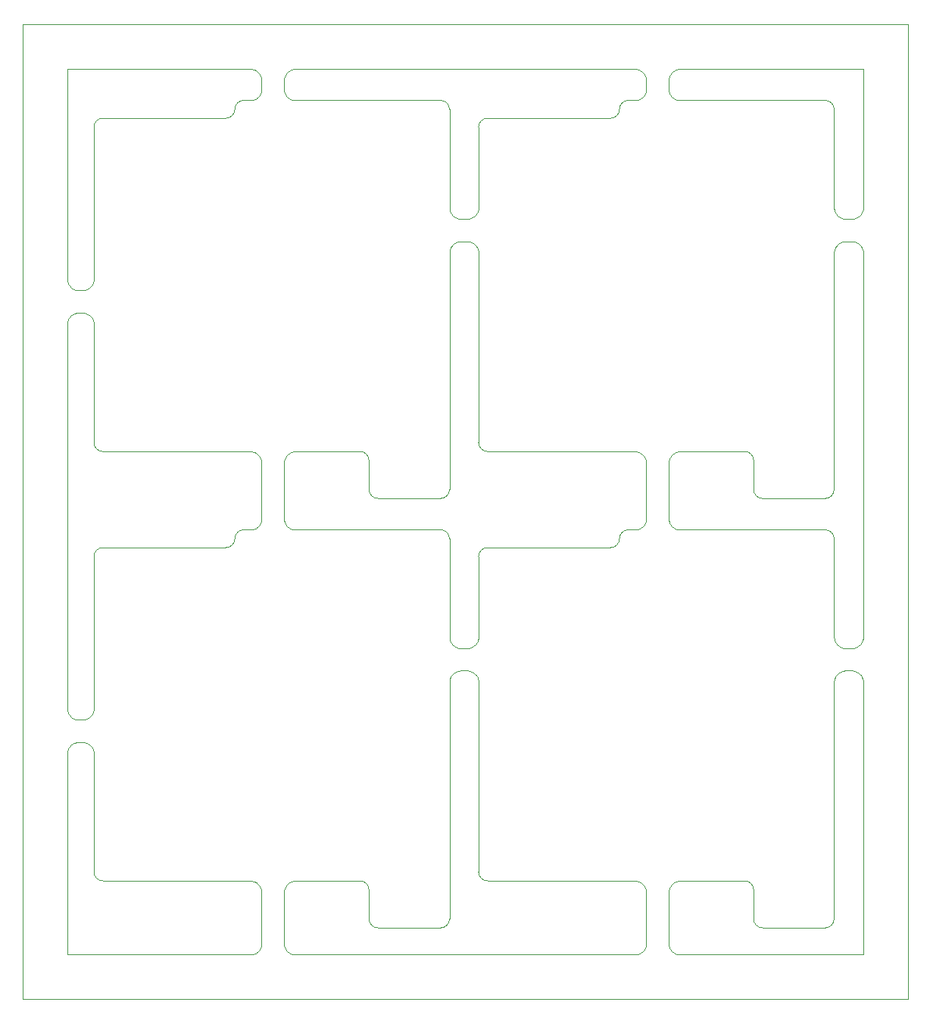
<source format=gm1>
G04 #@! TF.GenerationSoftware,KiCad,Pcbnew,5.1.0*
G04 #@! TF.CreationDate,2019-04-12T15:20:20+02:00*
G04 #@! TF.ProjectId,output.KXKM_audio_board_for_ESP32_PANEL,6f757470-7574-42e4-9b58-4b4d5f617564,1.0*
G04 #@! TF.SameCoordinates,PX5f5e100PY8f0d180*
G04 #@! TF.FileFunction,Profile,NP*
%FSLAX46Y46*%
G04 Gerber Fmt 4.6, Leading zero omitted, Abs format (unit mm)*
G04 Created by KiCad (PCBNEW 5.1.0) date 2019-04-12 15:20:20*
%MOMM*%
%LPD*%
G04 APERTURE LIST*
%ADD10C,0.050000*%
%ADD11C,0.100000*%
G04 APERTURE END LIST*
D10*
X65750000Y98500000D02*
X52000000Y98500000D01*
X51000000Y97500000D02*
G75*
G02X52000000Y98500000I1000000J0D01*
G01*
X66750000Y99500000D02*
G75*
G02X67750000Y100500000I1000000J0D01*
G01*
X66750000Y99500000D02*
G75*
G02X65750000Y98500000I-1000000J0D01*
G01*
X90750000Y57000000D02*
G75*
G02X89750000Y56000000I-1000000J0D01*
G01*
X89750000Y100500000D02*
G75*
G02X90750000Y99500000I0J-1000000D01*
G01*
X52000000Y61250000D02*
G75*
G02X51000000Y62250000I0J1000000D01*
G01*
X82750000Y56000000D02*
X89750000Y56000000D01*
X82750000Y56000000D02*
G75*
G02X81750000Y57000000I0J1000000D01*
G01*
X80750000Y61250000D02*
G75*
G02X81750000Y60250000I0J-1000000D01*
G01*
X81750000Y60250000D02*
X81750000Y57000000D01*
X81750000Y12250000D02*
X81750000Y9000000D01*
X82750000Y8000000D02*
X89750000Y8000000D01*
X89750000Y52500000D02*
G75*
G02X90750000Y51500000I0J-1000000D01*
G01*
X90750000Y9000000D02*
G75*
G02X89750000Y8000000I-1000000J0D01*
G01*
X82750000Y8000000D02*
G75*
G02X81750000Y9000000I0J1000000D01*
G01*
X80750000Y13250000D02*
G75*
G02X81750000Y12250000I0J-1000000D01*
G01*
X52000000Y13250000D02*
G75*
G02X51000000Y14250000I0J1000000D01*
G01*
X51000000Y49500000D02*
G75*
G02X52000000Y50500000I1000000J0D01*
G01*
X66750000Y51500000D02*
G75*
G02X67750000Y52500000I1000000J0D01*
G01*
X66750000Y51500000D02*
G75*
G02X65750000Y50500000I-1000000J0D01*
G01*
X65750000Y50500000D02*
X52000000Y50500000D01*
X0Y109000000D02*
X0Y0D01*
X99000000Y109000000D02*
X0Y109000000D01*
X99000000Y0D02*
X99000000Y109000000D01*
X0Y0D02*
X99000000Y0D01*
X22750000Y50500000D02*
X9000000Y50500000D01*
X23750000Y51500000D02*
G75*
G02X22750000Y50500000I-1000000J0D01*
G01*
X23750000Y51500000D02*
G75*
G02X24750000Y52500000I1000000J0D01*
G01*
X8000000Y49500000D02*
G75*
G02X9000000Y50500000I1000000J0D01*
G01*
X9000000Y13250000D02*
G75*
G02X8000000Y14250000I0J1000000D01*
G01*
X37750000Y13250000D02*
G75*
G02X38750000Y12250000I0J-1000000D01*
G01*
X39750000Y8000000D02*
G75*
G02X38750000Y9000000I0J1000000D01*
G01*
X47750000Y9000000D02*
G75*
G02X46750000Y8000000I-1000000J0D01*
G01*
X46750000Y52500000D02*
G75*
G02X47750000Y51500000I0J-1000000D01*
G01*
X39750000Y8000000D02*
X46750000Y8000000D01*
X38750000Y12250000D02*
X38750000Y9000000D01*
X22750000Y98500000D02*
X9000000Y98500000D01*
X23750000Y99500000D02*
G75*
G02X22750000Y98500000I-1000000J0D01*
G01*
X23750000Y99500000D02*
G75*
G02X24750000Y100500000I1000000J0D01*
G01*
X8000000Y97500000D02*
G75*
G02X9000000Y98500000I1000000J0D01*
G01*
X9000000Y61250000D02*
G75*
G02X8000000Y62250000I0J1000000D01*
G01*
X37750000Y61250000D02*
G75*
G02X38750000Y60250000I0J-1000000D01*
G01*
X39750000Y56000000D02*
G75*
G02X38750000Y57000000I0J1000000D01*
G01*
X47750000Y57000000D02*
G75*
G02X46750000Y56000000I-1000000J0D01*
G01*
X46750000Y100500000D02*
G75*
G02X47750000Y99500000I0J-1000000D01*
G01*
X39750000Y56000000D02*
X46750000Y56000000D01*
X38750000Y60250000D02*
X38750000Y57000000D01*
D11*
X73499985Y100500000D02*
X89750000Y100500000D01*
X68500002Y100500000D02*
X67750000Y100500000D01*
X73499985Y104000000D02*
X94000000Y104000000D01*
X73499985Y104000000D02*
X73400281Y103992313D01*
X73499985Y100500000D02*
X73400281Y100507687D01*
X73400281Y103992313D02*
X73301463Y103976985D01*
X73400281Y100507687D02*
X73301463Y100523015D01*
X73301463Y103976985D02*
X73204116Y103954107D01*
X73301463Y100523015D02*
X73204116Y100545893D01*
X73204116Y103954107D02*
X73108816Y103923814D01*
X73204116Y100545893D02*
X73108816Y100576186D01*
X73108816Y103923814D02*
X73016126Y103886285D01*
X73108816Y100576186D02*
X73016126Y100613715D01*
X73016126Y103886285D02*
X72926595Y103841742D01*
X73016126Y100613715D02*
X72926595Y100658258D01*
X72926595Y103841742D02*
X72840753Y103790449D01*
X72926595Y100658258D02*
X72840753Y100709551D01*
X72840753Y103790449D02*
X72759108Y103732709D01*
X72840753Y100709551D02*
X72759108Y100767291D01*
X72759108Y103732709D02*
X72682143Y103668864D01*
X72759108Y100767291D02*
X72682143Y100831136D01*
X72682143Y103668864D02*
X72610313Y103599292D01*
X72682143Y100831136D02*
X72610313Y100900708D01*
X72610313Y103599292D02*
X72544043Y103524405D01*
X72610313Y100900708D02*
X72544043Y100975595D01*
X72544043Y103524405D02*
X72483725Y103444646D01*
X72544043Y100975595D02*
X72483725Y101055354D01*
X72483725Y103444646D02*
X72429716Y103360487D01*
X72483725Y101055354D02*
X72429716Y101139513D01*
X72429716Y103360487D02*
X72382336Y103272426D01*
X72429716Y101139513D02*
X72382336Y101227574D01*
X72382336Y103272426D02*
X72341865Y103180984D01*
X72382336Y101227574D02*
X72341865Y101319016D01*
X72341865Y103180984D02*
X72308543Y103086702D01*
X72341865Y101319016D02*
X72308543Y101413298D01*
X72308543Y103086702D02*
X72282567Y102990138D01*
X72308543Y101413298D02*
X72282567Y101509862D01*
X72282567Y102990138D02*
X72264090Y102891863D01*
X72282567Y101509862D02*
X72264090Y101608137D01*
X72264090Y102891863D02*
X72253222Y102792458D01*
X72264090Y101608137D02*
X72253222Y101707542D01*
X72253222Y102792458D02*
X72250027Y102692512D01*
X72253222Y101707542D02*
X72250027Y101807488D01*
X72250027Y101807488D02*
X72250027Y102692512D01*
X68500002Y100500000D02*
X68599706Y100507687D01*
X68499920Y104000000D02*
X68599624Y103992313D01*
X68599706Y100507687D02*
X68698524Y100523015D01*
X68599624Y103992313D02*
X68698442Y103976985D01*
X68698524Y100523015D02*
X68795871Y100545893D01*
X68698442Y103976985D02*
X68795789Y103954107D01*
X68795871Y100545893D02*
X68891171Y100576186D01*
X68795789Y103954107D02*
X68891089Y103923814D01*
X68891171Y100576186D02*
X68983861Y100613715D01*
X68891089Y103923814D02*
X68983779Y103886285D01*
X68983861Y100613715D02*
X69073392Y100658258D01*
X68983779Y103886285D02*
X69073310Y103841742D01*
X69073392Y100658258D02*
X69159234Y100709551D01*
X69073310Y103841742D02*
X69159152Y103790449D01*
X69159234Y100709551D02*
X69240879Y100767291D01*
X69159152Y103790449D02*
X69240797Y103732709D01*
X69240879Y100767291D02*
X69317844Y100831136D01*
X69240797Y103732709D02*
X69317762Y103668864D01*
X69317844Y100831136D02*
X69389674Y100900708D01*
X69317762Y103668864D02*
X69389592Y103599292D01*
X69389674Y100900708D02*
X69455944Y100975595D01*
X69389592Y103599292D02*
X69455862Y103524405D01*
X69455944Y100975595D02*
X69516262Y101055354D01*
X69455862Y103524405D02*
X69516180Y103444646D01*
X69516262Y101055354D02*
X69570271Y101139513D01*
X69516180Y103444646D02*
X69570189Y103360487D01*
X69570271Y101139513D02*
X69617651Y101227574D01*
X69570189Y103360487D02*
X69617569Y103272426D01*
X69617651Y101227574D02*
X69658122Y101319016D01*
X69617569Y103272426D02*
X69658040Y103180984D01*
X69658122Y101319016D02*
X69691444Y101413298D01*
X69658040Y103180984D02*
X69691362Y103086702D01*
X69691444Y101413298D02*
X69717420Y101509862D01*
X69691362Y103086702D02*
X69717338Y102990138D01*
X69717420Y101509862D02*
X69735897Y101608137D01*
X69717338Y102990138D02*
X69735815Y102891863D01*
X69735897Y101608137D02*
X69746765Y101707542D01*
X69735815Y102891863D02*
X69746683Y102792458D01*
X69746765Y101707542D02*
X69749960Y101807488D01*
X69746683Y102792458D02*
X69749878Y102692512D01*
X69749960Y101807488D02*
X69749878Y102692512D01*
X73499985Y52500000D02*
X89750000Y52500000D01*
X68500002Y52500000D02*
X67750000Y52500000D01*
X68499980Y61250000D02*
X52000000Y61250000D01*
X73499998Y61250000D02*
X80750000Y61250000D01*
X73499985Y52500000D02*
X73400281Y52507687D01*
X73499998Y61250000D02*
X73400294Y61242313D01*
X73400281Y52507687D02*
X73301463Y52523015D01*
X73400294Y61242313D02*
X73301476Y61226985D01*
X73301463Y52523015D02*
X73204116Y52545893D01*
X73301476Y61226985D02*
X73204129Y61204107D01*
X73204116Y52545893D02*
X73108816Y52576186D01*
X73204129Y61204107D02*
X73108829Y61173814D01*
X73108816Y52576186D02*
X73016126Y52613715D01*
X73108829Y61173814D02*
X73016139Y61136285D01*
X73016126Y52613715D02*
X72926595Y52658258D01*
X73016139Y61136285D02*
X72926608Y61091742D01*
X72926595Y52658258D02*
X72840753Y52709551D01*
X72926608Y61091742D02*
X72840766Y61040449D01*
X72840753Y52709551D02*
X72759108Y52767291D01*
X72840766Y61040449D02*
X72759121Y60982709D01*
X72759108Y52767291D02*
X72682143Y52831136D01*
X72759121Y60982709D02*
X72682156Y60918864D01*
X72682143Y52831136D02*
X72610313Y52900708D01*
X72682156Y60918864D02*
X72610326Y60849292D01*
X72610313Y52900708D02*
X72544043Y52975595D01*
X72610326Y60849292D02*
X72544056Y60774405D01*
X72544043Y52975595D02*
X72483725Y53055354D01*
X72544056Y60774405D02*
X72483738Y60694646D01*
X72483725Y53055354D02*
X72429716Y53139513D01*
X72483738Y60694646D02*
X72429729Y60610487D01*
X72429716Y53139513D02*
X72382336Y53227574D01*
X72429729Y60610487D02*
X72382349Y60522426D01*
X72382336Y53227574D02*
X72341865Y53319016D01*
X72382349Y60522426D02*
X72341878Y60430984D01*
X72341865Y53319016D02*
X72308543Y53413298D01*
X72341878Y60430984D02*
X72308556Y60336702D01*
X72308543Y53413298D02*
X72282567Y53509862D01*
X72308556Y60336702D02*
X72282580Y60240138D01*
X72282567Y53509862D02*
X72264090Y53608137D01*
X72282580Y60240138D02*
X72264103Y60141863D01*
X72264090Y53608137D02*
X72253222Y53707542D01*
X72264103Y60141863D02*
X72253235Y60042458D01*
X72253222Y53707542D02*
X72250027Y53807488D01*
X72253235Y60042458D02*
X72250040Y59942512D01*
X72250027Y53807488D02*
X72250040Y59942512D01*
X68500002Y52500000D02*
X68599706Y52507687D01*
X68499980Y61250000D02*
X68599684Y61242313D01*
X68599706Y52507687D02*
X68698524Y52523015D01*
X68599684Y61242313D02*
X68698502Y61226985D01*
X68698524Y52523015D02*
X68795871Y52545893D01*
X68698502Y61226985D02*
X68795849Y61204107D01*
X68795871Y52545893D02*
X68891171Y52576186D01*
X68795849Y61204107D02*
X68891149Y61173814D01*
X68891171Y52576186D02*
X68983861Y52613715D01*
X68891149Y61173814D02*
X68983839Y61136285D01*
X68983861Y52613715D02*
X69073392Y52658258D01*
X68983839Y61136285D02*
X69073370Y61091742D01*
X69073392Y52658258D02*
X69159234Y52709551D01*
X69073370Y61091742D02*
X69159212Y61040449D01*
X69159234Y52709551D02*
X69240879Y52767291D01*
X69159212Y61040449D02*
X69240857Y60982709D01*
X69240879Y52767291D02*
X69317844Y52831136D01*
X69240857Y60982709D02*
X69317822Y60918864D01*
X69317844Y52831136D02*
X69389674Y52900708D01*
X69317822Y60918864D02*
X69389652Y60849292D01*
X69389674Y52900708D02*
X69455944Y52975595D01*
X69389652Y60849292D02*
X69455922Y60774405D01*
X69455944Y52975595D02*
X69516262Y53055354D01*
X69455922Y60774405D02*
X69516240Y60694646D01*
X69516262Y53055354D02*
X69570271Y53139513D01*
X69516240Y60694646D02*
X69570249Y60610487D01*
X69570271Y53139513D02*
X69617651Y53227574D01*
X69570249Y60610487D02*
X69617629Y60522426D01*
X69617651Y53227574D02*
X69658122Y53319016D01*
X69617629Y60522426D02*
X69658100Y60430984D01*
X69658122Y53319016D02*
X69691444Y53413298D01*
X69658100Y60430984D02*
X69691422Y60336702D01*
X69691444Y53413298D02*
X69717420Y53509862D01*
X69691422Y60336702D02*
X69717398Y60240138D01*
X69717420Y53509862D02*
X69735897Y53608137D01*
X69717398Y60240138D02*
X69735875Y60141863D01*
X69735897Y53608137D02*
X69746765Y53707542D01*
X69735875Y60141863D02*
X69746743Y60042458D01*
X69746765Y53707542D02*
X69749960Y53807488D01*
X69746743Y60042458D02*
X69749938Y59942512D01*
X69749960Y53807488D02*
X69749938Y59942512D01*
X73499985Y5000000D02*
X94000000Y5000000D01*
X68499980Y13250000D02*
X52000000Y13250000D01*
X73499998Y13250000D02*
X80750000Y13250000D01*
X73499985Y5000000D02*
X73400281Y5007687D01*
X73499998Y13250000D02*
X73400294Y13242313D01*
X73400281Y5007687D02*
X73301463Y5023015D01*
X73400294Y13242313D02*
X73301476Y13226985D01*
X73301463Y5023015D02*
X73204116Y5045893D01*
X73301476Y13226985D02*
X73204129Y13204107D01*
X73204116Y5045893D02*
X73108816Y5076186D01*
X73204129Y13204107D02*
X73108829Y13173814D01*
X73108816Y5076186D02*
X73016126Y5113715D01*
X73108829Y13173814D02*
X73016139Y13136285D01*
X73016126Y5113715D02*
X72926595Y5158258D01*
X73016139Y13136285D02*
X72926608Y13091742D01*
X72926595Y5158258D02*
X72840753Y5209551D01*
X72926608Y13091742D02*
X72840766Y13040449D01*
X72840753Y5209551D02*
X72759108Y5267291D01*
X72840766Y13040449D02*
X72759121Y12982709D01*
X72759108Y5267291D02*
X72682143Y5331136D01*
X72759121Y12982709D02*
X72682156Y12918864D01*
X72682143Y5331136D02*
X72610313Y5400708D01*
X72682156Y12918864D02*
X72610326Y12849292D01*
X72610313Y5400708D02*
X72544043Y5475595D01*
X72610326Y12849292D02*
X72544056Y12774405D01*
X72544043Y5475595D02*
X72483725Y5555354D01*
X72544056Y12774405D02*
X72483738Y12694646D01*
X72483725Y5555354D02*
X72429716Y5639513D01*
X72483738Y12694646D02*
X72429729Y12610487D01*
X72429716Y5639513D02*
X72382336Y5727574D01*
X72429729Y12610487D02*
X72382349Y12522426D01*
X72382336Y5727574D02*
X72341865Y5819016D01*
X72382349Y12522426D02*
X72341878Y12430984D01*
X72341865Y5819016D02*
X72308543Y5913298D01*
X72341878Y12430984D02*
X72308556Y12336702D01*
X72308543Y5913298D02*
X72282567Y6009862D01*
X72308556Y12336702D02*
X72282580Y12240138D01*
X72282567Y6009862D02*
X72264090Y6108137D01*
X72282580Y12240138D02*
X72264103Y12141863D01*
X72264090Y6108137D02*
X72253222Y6207542D01*
X72264103Y12141863D02*
X72253235Y12042458D01*
X72253222Y6207542D02*
X72250027Y6307488D01*
X72253235Y12042458D02*
X72250040Y11942512D01*
X72250027Y6307488D02*
X72250040Y11942512D01*
X68499980Y13250000D02*
X68599684Y13242313D01*
X68499920Y5000000D02*
X68599624Y5007687D01*
X68599684Y13242313D02*
X68698502Y13226985D01*
X68599624Y5007687D02*
X68698442Y5023015D01*
X68698502Y13226985D02*
X68795849Y13204107D01*
X68698442Y5023015D02*
X68795789Y5045893D01*
X68795849Y13204107D02*
X68891149Y13173814D01*
X68795789Y5045893D02*
X68891089Y5076186D01*
X68891149Y13173814D02*
X68983839Y13136285D01*
X68891089Y5076186D02*
X68983779Y5113715D01*
X68983839Y13136285D02*
X69073370Y13091742D01*
X68983779Y5113715D02*
X69073310Y5158258D01*
X69073370Y13091742D02*
X69159212Y13040449D01*
X69073310Y5158258D02*
X69159152Y5209551D01*
X69159212Y13040449D02*
X69240857Y12982709D01*
X69159152Y5209551D02*
X69240797Y5267291D01*
X69240857Y12982709D02*
X69317822Y12918864D01*
X69240797Y5267291D02*
X69317762Y5331136D01*
X69317822Y12918864D02*
X69389652Y12849292D01*
X69317762Y5331136D02*
X69389592Y5400708D01*
X69389652Y12849292D02*
X69455922Y12774405D01*
X69389592Y5400708D02*
X69455862Y5475595D01*
X69455922Y12774405D02*
X69516240Y12694646D01*
X69455862Y5475595D02*
X69516180Y5555354D01*
X69516240Y12694646D02*
X69570249Y12610487D01*
X69516180Y5555354D02*
X69570189Y5639513D01*
X69570249Y12610487D02*
X69617629Y12522426D01*
X69570189Y5639513D02*
X69617569Y5727574D01*
X69617629Y12522426D02*
X69658100Y12430984D01*
X69617569Y5727574D02*
X69658040Y5819016D01*
X69658100Y12430984D02*
X69691422Y12336702D01*
X69658040Y5819016D02*
X69691362Y5913298D01*
X69691422Y12336702D02*
X69717398Y12240138D01*
X69691362Y5913298D02*
X69717338Y6009862D01*
X69717398Y12240138D02*
X69735875Y12141863D01*
X69717338Y6009862D02*
X69735815Y6108137D01*
X69735875Y12141863D02*
X69746743Y12042458D01*
X69735815Y6108137D02*
X69746683Y6207542D01*
X69746743Y12042458D02*
X69749938Y11942512D01*
X69746683Y6207542D02*
X69749878Y6307488D01*
X69749878Y6307488D02*
X69749938Y11942512D01*
X25499980Y13250000D02*
X9000000Y13250000D01*
X30499998Y13250000D02*
X37750000Y13250000D01*
X30499960Y5000000D02*
X68499920Y5000000D01*
X25500015Y5000000D02*
X5000000Y5000000D01*
X25500015Y5000000D02*
X25599719Y5007687D01*
X25499980Y13250000D02*
X25599684Y13242313D01*
X25599719Y5007687D02*
X25698537Y5023015D01*
X25599684Y13242313D02*
X25698502Y13226985D01*
X25698537Y5023015D02*
X25795884Y5045893D01*
X25698502Y13226985D02*
X25795849Y13204107D01*
X25795884Y5045893D02*
X25891184Y5076186D01*
X25795849Y13204107D02*
X25891149Y13173814D01*
X25891184Y5076186D02*
X25983874Y5113715D01*
X25891149Y13173814D02*
X25983839Y13136285D01*
X25983874Y5113715D02*
X26073405Y5158258D01*
X25983839Y13136285D02*
X26073370Y13091742D01*
X26073405Y5158258D02*
X26159247Y5209551D01*
X26073370Y13091742D02*
X26159212Y13040449D01*
X26159247Y5209551D02*
X26240892Y5267291D01*
X26159212Y13040449D02*
X26240857Y12982709D01*
X26240892Y5267291D02*
X26317857Y5331136D01*
X26240857Y12982709D02*
X26317822Y12918864D01*
X26317857Y5331136D02*
X26389687Y5400708D01*
X26317822Y12918864D02*
X26389652Y12849292D01*
X26389687Y5400708D02*
X26455957Y5475595D01*
X26389652Y12849292D02*
X26455922Y12774405D01*
X26455957Y5475595D02*
X26516275Y5555354D01*
X26455922Y12774405D02*
X26516240Y12694646D01*
X26516275Y5555354D02*
X26570284Y5639513D01*
X26516240Y12694646D02*
X26570249Y12610487D01*
X26570284Y5639513D02*
X26617664Y5727574D01*
X26570249Y12610487D02*
X26617629Y12522426D01*
X26617664Y5727574D02*
X26658135Y5819016D01*
X26617629Y12522426D02*
X26658100Y12430984D01*
X26658135Y5819016D02*
X26691457Y5913298D01*
X26658100Y12430984D02*
X26691422Y12336702D01*
X26691457Y5913298D02*
X26717433Y6009862D01*
X26691422Y12336702D02*
X26717398Y12240138D01*
X26717433Y6009862D02*
X26735910Y6108137D01*
X26717398Y12240138D02*
X26735875Y12141863D01*
X26735910Y6108137D02*
X26746778Y6207542D01*
X26735875Y12141863D02*
X26746743Y12042458D01*
X26746778Y6207542D02*
X26749973Y6307488D01*
X26746743Y12042458D02*
X26749938Y11942512D01*
X26749938Y11942512D02*
X26749973Y6307488D01*
X30499960Y5000000D02*
X30400256Y5007687D01*
X30499998Y13250000D02*
X30400294Y13242313D01*
X30400256Y5007687D02*
X30301438Y5023015D01*
X30400294Y13242313D02*
X30301476Y13226985D01*
X30301438Y5023015D02*
X30204091Y5045893D01*
X30301476Y13226985D02*
X30204129Y13204107D01*
X30204091Y5045893D02*
X30108791Y5076186D01*
X30204129Y13204107D02*
X30108829Y13173814D01*
X30108791Y5076186D02*
X30016101Y5113715D01*
X30108829Y13173814D02*
X30016139Y13136285D01*
X30016101Y5113715D02*
X29926570Y5158258D01*
X30016139Y13136285D02*
X29926608Y13091742D01*
X29926570Y5158258D02*
X29840728Y5209551D01*
X29926608Y13091742D02*
X29840766Y13040449D01*
X29840728Y5209551D02*
X29759083Y5267291D01*
X29840766Y13040449D02*
X29759121Y12982709D01*
X29759083Y5267291D02*
X29682118Y5331136D01*
X29759121Y12982709D02*
X29682156Y12918864D01*
X29682118Y5331136D02*
X29610288Y5400708D01*
X29682156Y12918864D02*
X29610326Y12849292D01*
X29610288Y5400708D02*
X29544018Y5475595D01*
X29610326Y12849292D02*
X29544056Y12774405D01*
X29544018Y5475595D02*
X29483700Y5555354D01*
X29544056Y12774405D02*
X29483738Y12694646D01*
X29483700Y5555354D02*
X29429691Y5639513D01*
X29483738Y12694646D02*
X29429729Y12610487D01*
X29429691Y5639513D02*
X29382311Y5727574D01*
X29429729Y12610487D02*
X29382349Y12522426D01*
X29382311Y5727574D02*
X29341840Y5819016D01*
X29382349Y12522426D02*
X29341878Y12430984D01*
X29341840Y5819016D02*
X29308518Y5913298D01*
X29341878Y12430984D02*
X29308556Y12336702D01*
X29308518Y5913298D02*
X29282542Y6009862D01*
X29308556Y12336702D02*
X29282580Y12240138D01*
X29282542Y6009862D02*
X29264065Y6108137D01*
X29282580Y12240138D02*
X29264103Y12141863D01*
X29264065Y6108137D02*
X29253197Y6207542D01*
X29264103Y12141863D02*
X29253235Y12042458D01*
X29253197Y6207542D02*
X29250002Y6307488D01*
X29253235Y12042458D02*
X29250040Y11942512D01*
X29250040Y11942512D02*
X29250002Y6307488D01*
X25499980Y61250000D02*
X9000000Y61250000D01*
X30499998Y61250000D02*
X37750000Y61250000D01*
X30499985Y52500000D02*
X46750000Y52500000D01*
X25500002Y52500000D02*
X24750000Y52500000D01*
X25500002Y52500000D02*
X25599706Y52507687D01*
X25499980Y61250000D02*
X25599684Y61242313D01*
X25599706Y52507687D02*
X25698524Y52523015D01*
X25599684Y61242313D02*
X25698502Y61226985D01*
X25698524Y52523015D02*
X25795871Y52545893D01*
X25698502Y61226985D02*
X25795849Y61204107D01*
X25795871Y52545893D02*
X25891171Y52576186D01*
X25795849Y61204107D02*
X25891149Y61173814D01*
X25891171Y52576186D02*
X25983861Y52613715D01*
X25891149Y61173814D02*
X25983839Y61136285D01*
X25983861Y52613715D02*
X26073392Y52658258D01*
X25983839Y61136285D02*
X26073370Y61091742D01*
X26073392Y52658258D02*
X26159234Y52709551D01*
X26073370Y61091742D02*
X26159212Y61040449D01*
X26159234Y52709551D02*
X26240879Y52767291D01*
X26159212Y61040449D02*
X26240857Y60982709D01*
X26240879Y52767291D02*
X26317844Y52831136D01*
X26240857Y60982709D02*
X26317822Y60918864D01*
X26317844Y52831136D02*
X26389674Y52900708D01*
X26317822Y60918864D02*
X26389652Y60849292D01*
X26389674Y52900708D02*
X26455944Y52975595D01*
X26389652Y60849292D02*
X26455922Y60774405D01*
X26455944Y52975595D02*
X26516262Y53055354D01*
X26455922Y60774405D02*
X26516240Y60694646D01*
X26516262Y53055354D02*
X26570271Y53139513D01*
X26516240Y60694646D02*
X26570249Y60610487D01*
X26570271Y53139513D02*
X26617651Y53227574D01*
X26570249Y60610487D02*
X26617629Y60522426D01*
X26617651Y53227574D02*
X26658122Y53319016D01*
X26617629Y60522426D02*
X26658100Y60430984D01*
X26658122Y53319016D02*
X26691444Y53413298D01*
X26658100Y60430984D02*
X26691422Y60336702D01*
X26691444Y53413298D02*
X26717420Y53509862D01*
X26691422Y60336702D02*
X26717398Y60240138D01*
X26717420Y53509862D02*
X26735897Y53608137D01*
X26717398Y60240138D02*
X26735875Y60141863D01*
X26735897Y53608137D02*
X26746765Y53707542D01*
X26735875Y60141863D02*
X26746743Y60042458D01*
X26746765Y53707542D02*
X26749960Y53807488D01*
X26746743Y60042458D02*
X26749938Y59942512D01*
X26749938Y59942512D02*
X26749960Y53807488D01*
X30499985Y52500000D02*
X30400281Y52507687D01*
X30499998Y61250000D02*
X30400294Y61242313D01*
X30400281Y52507687D02*
X30301463Y52523015D01*
X30400294Y61242313D02*
X30301476Y61226985D01*
X30301463Y52523015D02*
X30204116Y52545893D01*
X30301476Y61226985D02*
X30204129Y61204107D01*
X30204116Y52545893D02*
X30108816Y52576186D01*
X30204129Y61204107D02*
X30108829Y61173814D01*
X30108816Y52576186D02*
X30016126Y52613715D01*
X30108829Y61173814D02*
X30016139Y61136285D01*
X30016126Y52613715D02*
X29926595Y52658258D01*
X30016139Y61136285D02*
X29926608Y61091742D01*
X29926595Y52658258D02*
X29840753Y52709551D01*
X29926608Y61091742D02*
X29840766Y61040449D01*
X29840753Y52709551D02*
X29759108Y52767291D01*
X29840766Y61040449D02*
X29759121Y60982709D01*
X29759108Y52767291D02*
X29682143Y52831136D01*
X29759121Y60982709D02*
X29682156Y60918864D01*
X29682143Y52831136D02*
X29610313Y52900708D01*
X29682156Y60918864D02*
X29610326Y60849292D01*
X29610313Y52900708D02*
X29544043Y52975595D01*
X29610326Y60849292D02*
X29544056Y60774405D01*
X29544043Y52975595D02*
X29483725Y53055354D01*
X29544056Y60774405D02*
X29483738Y60694646D01*
X29483725Y53055354D02*
X29429716Y53139513D01*
X29483738Y60694646D02*
X29429729Y60610487D01*
X29429716Y53139513D02*
X29382336Y53227574D01*
X29429729Y60610487D02*
X29382349Y60522426D01*
X29382336Y53227574D02*
X29341865Y53319016D01*
X29382349Y60522426D02*
X29341878Y60430984D01*
X29341865Y53319016D02*
X29308543Y53413298D01*
X29341878Y60430984D02*
X29308556Y60336702D01*
X29308543Y53413298D02*
X29282567Y53509862D01*
X29308556Y60336702D02*
X29282580Y60240138D01*
X29282567Y53509862D02*
X29264090Y53608137D01*
X29282580Y60240138D02*
X29264103Y60141863D01*
X29264090Y53608137D02*
X29253222Y53707542D01*
X29264103Y60141863D02*
X29253235Y60042458D01*
X29253222Y53707542D02*
X29250027Y53807488D01*
X29253235Y60042458D02*
X29250040Y59942512D01*
X29250040Y59942512D02*
X29250027Y53807488D01*
X30499960Y104000000D02*
X68499920Y104000000D01*
X25500015Y104000000D02*
X5000000Y104000000D01*
X30499985Y100500000D02*
X46750000Y100500000D01*
X25500002Y100500000D02*
X24750000Y100500000D01*
X25500015Y104000000D02*
X25599719Y103992313D01*
X25500002Y100500000D02*
X25599706Y100507687D01*
X25599719Y103992313D02*
X25698537Y103976985D01*
X25599706Y100507687D02*
X25698524Y100523015D01*
X25698537Y103976985D02*
X25795884Y103954107D01*
X25698524Y100523015D02*
X25795871Y100545893D01*
X25795884Y103954107D02*
X25891184Y103923814D01*
X25795871Y100545893D02*
X25891171Y100576186D01*
X25891184Y103923814D02*
X25983874Y103886285D01*
X25891171Y100576186D02*
X25983861Y100613715D01*
X25983874Y103886285D02*
X26073405Y103841742D01*
X25983861Y100613715D02*
X26073392Y100658258D01*
X26073405Y103841742D02*
X26159247Y103790449D01*
X26073392Y100658258D02*
X26159234Y100709551D01*
X26159247Y103790449D02*
X26240892Y103732709D01*
X26159234Y100709551D02*
X26240879Y100767291D01*
X26240892Y103732709D02*
X26317857Y103668864D01*
X26240879Y100767291D02*
X26317844Y100831136D01*
X26317857Y103668864D02*
X26389687Y103599292D01*
X26317844Y100831136D02*
X26389674Y100900708D01*
X26389687Y103599292D02*
X26455957Y103524405D01*
X26389674Y100900708D02*
X26455944Y100975595D01*
X26455957Y103524405D02*
X26516275Y103444646D01*
X26455944Y100975595D02*
X26516262Y101055354D01*
X26516275Y103444646D02*
X26570284Y103360487D01*
X26516262Y101055354D02*
X26570271Y101139513D01*
X26570284Y103360487D02*
X26617664Y103272426D01*
X26570271Y101139513D02*
X26617651Y101227574D01*
X26617664Y103272426D02*
X26658135Y103180984D01*
X26617651Y101227574D02*
X26658122Y101319016D01*
X26658135Y103180984D02*
X26691457Y103086702D01*
X26658122Y101319016D02*
X26691444Y101413298D01*
X26691457Y103086702D02*
X26717433Y102990138D01*
X26691444Y101413298D02*
X26717420Y101509862D01*
X26717433Y102990138D02*
X26735910Y102891863D01*
X26717420Y101509862D02*
X26735897Y101608137D01*
X26735910Y102891863D02*
X26746778Y102792458D01*
X26735897Y101608137D02*
X26746765Y101707542D01*
X26746778Y102792458D02*
X26749973Y102692512D01*
X26746765Y101707542D02*
X26749960Y101807488D01*
X26749973Y102692512D02*
X26749960Y101807488D01*
X30499960Y104000000D02*
X30400256Y103992313D01*
X30499985Y100500000D02*
X30400281Y100507687D01*
X30400256Y103992313D02*
X30301438Y103976985D01*
X30400281Y100507687D02*
X30301463Y100523015D01*
X30301438Y103976985D02*
X30204091Y103954107D01*
X30301463Y100523015D02*
X30204116Y100545893D01*
X30204091Y103954107D02*
X30108791Y103923814D01*
X30204116Y100545893D02*
X30108816Y100576186D01*
X30108791Y103923814D02*
X30016101Y103886285D01*
X30108816Y100576186D02*
X30016126Y100613715D01*
X30016101Y103886285D02*
X29926570Y103841742D01*
X30016126Y100613715D02*
X29926595Y100658258D01*
X29926570Y103841742D02*
X29840728Y103790449D01*
X29926595Y100658258D02*
X29840753Y100709551D01*
X29840728Y103790449D02*
X29759083Y103732709D01*
X29840753Y100709551D02*
X29759108Y100767291D01*
X29759083Y103732709D02*
X29682118Y103668864D01*
X29759108Y100767291D02*
X29682143Y100831136D01*
X29682118Y103668864D02*
X29610288Y103599292D01*
X29682143Y100831136D02*
X29610313Y100900708D01*
X29610288Y103599292D02*
X29544018Y103524405D01*
X29610313Y100900708D02*
X29544043Y100975595D01*
X29544018Y103524405D02*
X29483700Y103444646D01*
X29544043Y100975595D02*
X29483725Y101055354D01*
X29483700Y103444646D02*
X29429691Y103360487D01*
X29483725Y101055354D02*
X29429716Y101139513D01*
X29429691Y103360487D02*
X29382311Y103272426D01*
X29429716Y101139513D02*
X29382336Y101227574D01*
X29382311Y103272426D02*
X29341840Y103180984D01*
X29382336Y101227574D02*
X29341865Y101319016D01*
X29341840Y103180984D02*
X29308518Y103086702D01*
X29341865Y101319016D02*
X29308543Y101413298D01*
X29308518Y103086702D02*
X29282542Y102990138D01*
X29308543Y101413298D02*
X29282567Y101509862D01*
X29282542Y102990138D02*
X29264065Y102891863D01*
X29282567Y101509862D02*
X29264090Y101608137D01*
X29264065Y102891863D02*
X29253197Y102792458D01*
X29264090Y101608137D02*
X29253222Y101707542D01*
X29253197Y102792458D02*
X29250002Y102692512D01*
X29253222Y101707542D02*
X29250027Y101807488D01*
X29250002Y102692512D02*
X29250027Y101807488D01*
X90750000Y35499982D02*
X90750000Y9000000D01*
X90750000Y40499998D02*
X90750000Y51500000D01*
X94000000Y35500002D02*
X94000000Y5000000D01*
X94000000Y35500002D02*
X93992313Y35599706D01*
X90750000Y35499982D02*
X90757687Y35599686D01*
X93992313Y35599706D02*
X93976985Y35698524D01*
X90757687Y35599686D02*
X90773015Y35698504D01*
X93976985Y35698524D02*
X93954107Y35795871D01*
X90773015Y35698504D02*
X90795893Y35795851D01*
X93954107Y35795871D02*
X93923814Y35891171D01*
X90795893Y35795851D02*
X90826186Y35891151D01*
X93923814Y35891171D02*
X93886285Y35983861D01*
X90826186Y35891151D02*
X90863715Y35983841D01*
X93886285Y35983861D02*
X93841742Y36073392D01*
X90863715Y35983841D02*
X90908258Y36073372D01*
X93841742Y36073392D02*
X93790449Y36159234D01*
X90908258Y36073372D02*
X90959551Y36159214D01*
X93790449Y36159234D02*
X93732709Y36240879D01*
X90959551Y36159214D02*
X91017291Y36240859D01*
X93732709Y36240879D02*
X93668864Y36317844D01*
X91017291Y36240859D02*
X91081136Y36317824D01*
X93668864Y36317844D02*
X93599292Y36389674D01*
X91081136Y36317824D02*
X91150708Y36389654D01*
X93599292Y36389674D02*
X93524405Y36455944D01*
X91150708Y36389654D02*
X91225595Y36455924D01*
X93524405Y36455944D02*
X93444646Y36516262D01*
X91225595Y36455924D02*
X91305354Y36516242D01*
X93444646Y36516262D02*
X93360487Y36570271D01*
X91305354Y36516242D02*
X91389513Y36570251D01*
X93360487Y36570271D02*
X93272426Y36617651D01*
X91389513Y36570251D02*
X91477574Y36617631D01*
X93272426Y36617651D02*
X93180984Y36658122D01*
X91477574Y36617631D02*
X91569016Y36658102D01*
X93180984Y36658122D02*
X93086702Y36691444D01*
X91569016Y36658102D02*
X91663298Y36691424D01*
X93086702Y36691444D02*
X92990138Y36717420D01*
X91663298Y36691424D02*
X91759862Y36717400D01*
X92990138Y36717420D02*
X92891863Y36735897D01*
X91759862Y36717400D02*
X91858137Y36735877D01*
X92891863Y36735897D02*
X92792458Y36746765D01*
X91858137Y36735877D02*
X91957542Y36746745D01*
X92792458Y36746765D02*
X92692512Y36749960D01*
X91957542Y36746745D02*
X92057488Y36749940D01*
X92057488Y36749940D02*
X92692512Y36749960D01*
X90750000Y40499998D02*
X90757687Y40400294D01*
X94000000Y40500080D02*
X93992313Y40400376D01*
X90757687Y40400294D02*
X90773015Y40301476D01*
X93992313Y40400376D02*
X93976985Y40301558D01*
X90773015Y40301476D02*
X90795893Y40204129D01*
X93976985Y40301558D02*
X93954107Y40204211D01*
X90795893Y40204129D02*
X90826186Y40108829D01*
X93954107Y40204211D02*
X93923814Y40108911D01*
X90826186Y40108829D02*
X90863715Y40016139D01*
X93923814Y40108911D02*
X93886285Y40016221D01*
X90863715Y40016139D02*
X90908258Y39926608D01*
X93886285Y40016221D02*
X93841742Y39926690D01*
X90908258Y39926608D02*
X90959551Y39840766D01*
X93841742Y39926690D02*
X93790449Y39840848D01*
X90959551Y39840766D02*
X91017291Y39759121D01*
X93790449Y39840848D02*
X93732709Y39759203D01*
X91017291Y39759121D02*
X91081136Y39682156D01*
X93732709Y39759203D02*
X93668864Y39682238D01*
X91081136Y39682156D02*
X91150708Y39610326D01*
X93668864Y39682238D02*
X93599292Y39610408D01*
X91150708Y39610326D02*
X91225595Y39544056D01*
X93599292Y39610408D02*
X93524405Y39544138D01*
X91225595Y39544056D02*
X91305354Y39483738D01*
X93524405Y39544138D02*
X93444646Y39483820D01*
X91305354Y39483738D02*
X91389513Y39429729D01*
X93444646Y39483820D02*
X93360487Y39429811D01*
X91389513Y39429729D02*
X91477574Y39382349D01*
X93360487Y39429811D02*
X93272426Y39382431D01*
X91477574Y39382349D02*
X91569016Y39341878D01*
X93272426Y39382431D02*
X93180984Y39341960D01*
X91569016Y39341878D02*
X91663298Y39308556D01*
X93180984Y39341960D02*
X93086702Y39308638D01*
X91663298Y39308556D02*
X91759862Y39282580D01*
X93086702Y39308638D02*
X92990138Y39282662D01*
X91759862Y39282580D02*
X91858137Y39264103D01*
X92990138Y39282662D02*
X92891863Y39264185D01*
X91858137Y39264103D02*
X91957542Y39253235D01*
X92891863Y39264185D02*
X92792458Y39253317D01*
X91957542Y39253235D02*
X92057488Y39250040D01*
X92792458Y39253317D02*
X92692512Y39250122D01*
X92057488Y39250040D02*
X92692512Y39250122D01*
X47750000Y35499982D02*
X47750000Y9000000D01*
X47750000Y40499998D02*
X47750000Y51500000D01*
X51000000Y40500015D02*
X51000000Y49500000D01*
X51000000Y35500015D02*
X51000000Y14250000D01*
X51000000Y35500015D02*
X50992313Y35599719D01*
X47750000Y35499982D02*
X47757687Y35599686D01*
X50992313Y35599719D02*
X50976985Y35698537D01*
X47757687Y35599686D02*
X47773015Y35698504D01*
X50976985Y35698537D02*
X50954107Y35795884D01*
X47773015Y35698504D02*
X47795893Y35795851D01*
X50954107Y35795884D02*
X50923814Y35891184D01*
X47795893Y35795851D02*
X47826186Y35891151D01*
X50923814Y35891184D02*
X50886285Y35983874D01*
X47826186Y35891151D02*
X47863715Y35983841D01*
X50886285Y35983874D02*
X50841742Y36073405D01*
X47863715Y35983841D02*
X47908258Y36073372D01*
X50841742Y36073405D02*
X50790449Y36159247D01*
X47908258Y36073372D02*
X47959551Y36159214D01*
X50790449Y36159247D02*
X50732709Y36240892D01*
X47959551Y36159214D02*
X48017291Y36240859D01*
X50732709Y36240892D02*
X50668864Y36317857D01*
X48017291Y36240859D02*
X48081136Y36317824D01*
X50668864Y36317857D02*
X50599292Y36389687D01*
X48081136Y36317824D02*
X48150708Y36389654D01*
X50599292Y36389687D02*
X50524405Y36455957D01*
X48150708Y36389654D02*
X48225595Y36455924D01*
X50524405Y36455957D02*
X50444646Y36516275D01*
X48225595Y36455924D02*
X48305354Y36516242D01*
X50444646Y36516275D02*
X50360487Y36570284D01*
X48305354Y36516242D02*
X48389513Y36570251D01*
X50360487Y36570284D02*
X50272426Y36617664D01*
X48389513Y36570251D02*
X48477574Y36617631D01*
X50272426Y36617664D02*
X50180984Y36658135D01*
X48477574Y36617631D02*
X48569016Y36658102D01*
X50180984Y36658135D02*
X50086702Y36691457D01*
X48569016Y36658102D02*
X48663298Y36691424D01*
X50086702Y36691457D02*
X49990138Y36717433D01*
X48663298Y36691424D02*
X48759862Y36717400D01*
X49990138Y36717433D02*
X49891863Y36735910D01*
X48759862Y36717400D02*
X48858137Y36735877D01*
X49891863Y36735910D02*
X49792458Y36746778D01*
X48858137Y36735877D02*
X48957542Y36746745D01*
X49792458Y36746778D02*
X49692512Y36749973D01*
X48957542Y36746745D02*
X49057488Y36749940D01*
X49057488Y36749940D02*
X49692512Y36749973D01*
X47750000Y40499998D02*
X47757687Y40400294D01*
X51000000Y40500015D02*
X50992313Y40400311D01*
X47757687Y40400294D02*
X47773015Y40301476D01*
X50992313Y40400311D02*
X50976985Y40301493D01*
X47773015Y40301476D02*
X47795893Y40204129D01*
X50976985Y40301493D02*
X50954107Y40204146D01*
X47795893Y40204129D02*
X47826186Y40108829D01*
X50954107Y40204146D02*
X50923814Y40108846D01*
X47826186Y40108829D02*
X47863715Y40016139D01*
X50923814Y40108846D02*
X50886285Y40016156D01*
X47863715Y40016139D02*
X47908258Y39926608D01*
X50886285Y40016156D02*
X50841742Y39926625D01*
X47908258Y39926608D02*
X47959551Y39840766D01*
X50841742Y39926625D02*
X50790449Y39840783D01*
X47959551Y39840766D02*
X48017291Y39759121D01*
X50790449Y39840783D02*
X50732709Y39759138D01*
X48017291Y39759121D02*
X48081136Y39682156D01*
X50732709Y39759138D02*
X50668864Y39682173D01*
X48081136Y39682156D02*
X48150708Y39610326D01*
X50668864Y39682173D02*
X50599292Y39610343D01*
X48150708Y39610326D02*
X48225595Y39544056D01*
X50599292Y39610343D02*
X50524405Y39544073D01*
X48225595Y39544056D02*
X48305354Y39483738D01*
X50524405Y39544073D02*
X50444646Y39483755D01*
X48305354Y39483738D02*
X48389513Y39429729D01*
X50444646Y39483755D02*
X50360487Y39429746D01*
X48389513Y39429729D02*
X48477574Y39382349D01*
X50360487Y39429746D02*
X50272426Y39382366D01*
X48477574Y39382349D02*
X48569016Y39341878D01*
X50272426Y39382366D02*
X50180984Y39341895D01*
X48569016Y39341878D02*
X48663298Y39308556D01*
X50180984Y39341895D02*
X50086702Y39308573D01*
X48663298Y39308556D02*
X48759862Y39282580D01*
X50086702Y39308573D02*
X49990138Y39282597D01*
X48759862Y39282580D02*
X48858137Y39264103D01*
X49990138Y39282597D02*
X49891863Y39264120D01*
X48858137Y39264103D02*
X48957542Y39253235D01*
X49891863Y39264120D02*
X49792458Y39253252D01*
X48957542Y39253235D02*
X49057488Y39250040D01*
X49792458Y39253252D02*
X49692512Y39250057D01*
X49057488Y39250040D02*
X49692512Y39250057D01*
X90750000Y83499982D02*
X90750000Y57000000D01*
X90750000Y88499998D02*
X90750000Y99500000D01*
X94000000Y83500007D02*
X94000000Y40500080D01*
X94000000Y88500020D02*
X94000000Y104000000D01*
X94000000Y83500007D02*
X93992313Y83599711D01*
X90750000Y83499982D02*
X90757687Y83599686D01*
X93992313Y83599711D02*
X93976985Y83698529D01*
X90757687Y83599686D02*
X90773015Y83698504D01*
X93976985Y83698529D02*
X93954107Y83795876D01*
X90773015Y83698504D02*
X90795893Y83795851D01*
X93954107Y83795876D02*
X93923814Y83891176D01*
X90795893Y83795851D02*
X90826186Y83891151D01*
X93923814Y83891176D02*
X93886285Y83983866D01*
X90826186Y83891151D02*
X90863715Y83983841D01*
X93886285Y83983866D02*
X93841742Y84073397D01*
X90863715Y83983841D02*
X90908258Y84073372D01*
X93841742Y84073397D02*
X93790449Y84159239D01*
X90908258Y84073372D02*
X90959551Y84159214D01*
X93790449Y84159239D02*
X93732709Y84240884D01*
X90959551Y84159214D02*
X91017291Y84240859D01*
X93732709Y84240884D02*
X93668864Y84317849D01*
X91017291Y84240859D02*
X91081136Y84317824D01*
X93668864Y84317849D02*
X93599292Y84389679D01*
X91081136Y84317824D02*
X91150708Y84389654D01*
X93599292Y84389679D02*
X93524405Y84455949D01*
X91150708Y84389654D02*
X91225595Y84455924D01*
X93524405Y84455949D02*
X93444646Y84516267D01*
X91225595Y84455924D02*
X91305354Y84516242D01*
X93444646Y84516267D02*
X93360487Y84570276D01*
X91305354Y84516242D02*
X91389513Y84570251D01*
X93360487Y84570276D02*
X93272426Y84617656D01*
X91389513Y84570251D02*
X91477574Y84617631D01*
X93272426Y84617656D02*
X93180984Y84658127D01*
X91477574Y84617631D02*
X91569016Y84658102D01*
X93180984Y84658127D02*
X93086702Y84691449D01*
X91569016Y84658102D02*
X91663298Y84691424D01*
X93086702Y84691449D02*
X92990138Y84717425D01*
X91663298Y84691424D02*
X91759862Y84717400D01*
X92990138Y84717425D02*
X92891863Y84735902D01*
X91759862Y84717400D02*
X91858137Y84735877D01*
X92891863Y84735902D02*
X92792458Y84746770D01*
X91858137Y84735877D02*
X91957542Y84746745D01*
X92792458Y84746770D02*
X92692512Y84749965D01*
X91957542Y84746745D02*
X92057488Y84749940D01*
X92057488Y84749940D02*
X92692512Y84749965D01*
X90750000Y88499998D02*
X90757687Y88400294D01*
X94000000Y88500020D02*
X93992313Y88400316D01*
X90757687Y88400294D02*
X90773015Y88301476D01*
X93992313Y88400316D02*
X93976985Y88301498D01*
X90773015Y88301476D02*
X90795893Y88204129D01*
X93976985Y88301498D02*
X93954107Y88204151D01*
X90795893Y88204129D02*
X90826186Y88108829D01*
X93954107Y88204151D02*
X93923814Y88108851D01*
X90826186Y88108829D02*
X90863715Y88016139D01*
X93923814Y88108851D02*
X93886285Y88016161D01*
X90863715Y88016139D02*
X90908258Y87926608D01*
X93886285Y88016161D02*
X93841742Y87926630D01*
X90908258Y87926608D02*
X90959551Y87840766D01*
X93841742Y87926630D02*
X93790449Y87840788D01*
X90959551Y87840766D02*
X91017291Y87759121D01*
X93790449Y87840788D02*
X93732709Y87759143D01*
X91017291Y87759121D02*
X91081136Y87682156D01*
X93732709Y87759143D02*
X93668864Y87682178D01*
X91081136Y87682156D02*
X91150708Y87610326D01*
X93668864Y87682178D02*
X93599292Y87610348D01*
X91150708Y87610326D02*
X91225595Y87544056D01*
X93599292Y87610348D02*
X93524405Y87544078D01*
X91225595Y87544056D02*
X91305354Y87483738D01*
X93524405Y87544078D02*
X93444646Y87483760D01*
X91305354Y87483738D02*
X91389513Y87429729D01*
X93444646Y87483760D02*
X93360487Y87429751D01*
X91389513Y87429729D02*
X91477574Y87382349D01*
X93360487Y87429751D02*
X93272426Y87382371D01*
X91477574Y87382349D02*
X91569016Y87341878D01*
X93272426Y87382371D02*
X93180984Y87341900D01*
X91569016Y87341878D02*
X91663298Y87308556D01*
X93180984Y87341900D02*
X93086702Y87308578D01*
X91663298Y87308556D02*
X91759862Y87282580D01*
X93086702Y87308578D02*
X92990138Y87282602D01*
X91759862Y87282580D02*
X91858137Y87264103D01*
X92990138Y87282602D02*
X92891863Y87264125D01*
X91858137Y87264103D02*
X91957542Y87253235D01*
X92891863Y87264125D02*
X92792458Y87253257D01*
X91957542Y87253235D02*
X92057488Y87250040D01*
X92792458Y87253257D02*
X92692512Y87250062D01*
X92057488Y87250040D02*
X92692512Y87250062D01*
X47750000Y83499982D02*
X47750000Y57000000D01*
X47750000Y88499998D02*
X47750000Y99500000D01*
X51000000Y88500015D02*
X51000000Y97500000D01*
X51000000Y83500015D02*
X51000000Y62250000D01*
X51000000Y83500015D02*
X50992313Y83599719D01*
X47750000Y83499982D02*
X47757687Y83599686D01*
X50992313Y83599719D02*
X50976985Y83698537D01*
X47757687Y83599686D02*
X47773015Y83698504D01*
X50976985Y83698537D02*
X50954107Y83795884D01*
X47773015Y83698504D02*
X47795893Y83795851D01*
X50954107Y83795884D02*
X50923814Y83891184D01*
X47795893Y83795851D02*
X47826186Y83891151D01*
X50923814Y83891184D02*
X50886285Y83983874D01*
X47826186Y83891151D02*
X47863715Y83983841D01*
X50886285Y83983874D02*
X50841742Y84073405D01*
X47863715Y83983841D02*
X47908258Y84073372D01*
X50841742Y84073405D02*
X50790449Y84159247D01*
X47908258Y84073372D02*
X47959551Y84159214D01*
X50790449Y84159247D02*
X50732709Y84240892D01*
X47959551Y84159214D02*
X48017291Y84240859D01*
X50732709Y84240892D02*
X50668864Y84317857D01*
X48017291Y84240859D02*
X48081136Y84317824D01*
X50668864Y84317857D02*
X50599292Y84389687D01*
X48081136Y84317824D02*
X48150708Y84389654D01*
X50599292Y84389687D02*
X50524405Y84455957D01*
X48150708Y84389654D02*
X48225595Y84455924D01*
X50524405Y84455957D02*
X50444646Y84516275D01*
X48225595Y84455924D02*
X48305354Y84516242D01*
X50444646Y84516275D02*
X50360487Y84570284D01*
X48305354Y84516242D02*
X48389513Y84570251D01*
X50360487Y84570284D02*
X50272426Y84617664D01*
X48389513Y84570251D02*
X48477574Y84617631D01*
X50272426Y84617664D02*
X50180984Y84658135D01*
X48477574Y84617631D02*
X48569016Y84658102D01*
X50180984Y84658135D02*
X50086702Y84691457D01*
X48569016Y84658102D02*
X48663298Y84691424D01*
X50086702Y84691457D02*
X49990138Y84717433D01*
X48663298Y84691424D02*
X48759862Y84717400D01*
X49990138Y84717433D02*
X49891863Y84735910D01*
X48759862Y84717400D02*
X48858137Y84735877D01*
X49891863Y84735910D02*
X49792458Y84746778D01*
X48858137Y84735877D02*
X48957542Y84746745D01*
X49792458Y84746778D02*
X49692512Y84749973D01*
X48957542Y84746745D02*
X49057488Y84749940D01*
X49057488Y84749940D02*
X49692512Y84749973D01*
X47750000Y88499998D02*
X47757687Y88400294D01*
X51000000Y88500015D02*
X50992313Y88400311D01*
X47757687Y88400294D02*
X47773015Y88301476D01*
X50992313Y88400311D02*
X50976985Y88301493D01*
X47773015Y88301476D02*
X47795893Y88204129D01*
X50976985Y88301493D02*
X50954107Y88204146D01*
X47795893Y88204129D02*
X47826186Y88108829D01*
X50954107Y88204146D02*
X50923814Y88108846D01*
X47826186Y88108829D02*
X47863715Y88016139D01*
X50923814Y88108846D02*
X50886285Y88016156D01*
X47863715Y88016139D02*
X47908258Y87926608D01*
X50886285Y88016156D02*
X50841742Y87926625D01*
X47908258Y87926608D02*
X47959551Y87840766D01*
X50841742Y87926625D02*
X50790449Y87840783D01*
X47959551Y87840766D02*
X48017291Y87759121D01*
X50790449Y87840783D02*
X50732709Y87759138D01*
X48017291Y87759121D02*
X48081136Y87682156D01*
X50732709Y87759138D02*
X50668864Y87682173D01*
X48081136Y87682156D02*
X48150708Y87610326D01*
X50668864Y87682173D02*
X50599292Y87610343D01*
X48150708Y87610326D02*
X48225595Y87544056D01*
X50599292Y87610343D02*
X50524405Y87544073D01*
X48225595Y87544056D02*
X48305354Y87483738D01*
X50524405Y87544073D02*
X50444646Y87483755D01*
X48305354Y87483738D02*
X48389513Y87429729D01*
X50444646Y87483755D02*
X50360487Y87429746D01*
X48389513Y87429729D02*
X48477574Y87382349D01*
X50360487Y87429746D02*
X50272426Y87382366D01*
X48477574Y87382349D02*
X48569016Y87341878D01*
X50272426Y87382366D02*
X50180984Y87341895D01*
X48569016Y87341878D02*
X48663298Y87308556D01*
X50180984Y87341895D02*
X50086702Y87308573D01*
X48663298Y87308556D02*
X48759862Y87282580D01*
X50086702Y87308573D02*
X49990138Y87282597D01*
X48759862Y87282580D02*
X48858137Y87264103D01*
X49990138Y87282597D02*
X49891863Y87264120D01*
X48858137Y87264103D02*
X48957542Y87253235D01*
X49891863Y87264120D02*
X49792458Y87253252D01*
X48957542Y87253235D02*
X49057488Y87250040D01*
X49792458Y87253252D02*
X49692512Y87250057D01*
X49057488Y87250040D02*
X49692512Y87250057D01*
X5000000Y80500030D02*
X5000000Y104000000D01*
X8000000Y80499998D02*
X8000000Y97500000D01*
X8000000Y75500002D02*
X8000000Y62250000D01*
X8000000Y75500002D02*
X7992313Y75599706D01*
X5000000Y75499932D02*
X5007687Y75599636D01*
X7992313Y75599706D02*
X7976985Y75698524D01*
X5007687Y75599636D02*
X5023015Y75698454D01*
X7976985Y75698524D02*
X7954107Y75795871D01*
X5023015Y75698454D02*
X5045893Y75795801D01*
X7954107Y75795871D02*
X7923814Y75891171D01*
X5045893Y75795801D02*
X5076186Y75891101D01*
X7923814Y75891171D02*
X7886285Y75983861D01*
X5076186Y75891101D02*
X5113715Y75983791D01*
X7886285Y75983861D02*
X7841742Y76073392D01*
X5113715Y75983791D02*
X5158258Y76073322D01*
X7841742Y76073392D02*
X7790449Y76159234D01*
X5158258Y76073322D02*
X5209551Y76159164D01*
X7790449Y76159234D02*
X7732709Y76240879D01*
X5209551Y76159164D02*
X5267291Y76240809D01*
X7732709Y76240879D02*
X7668864Y76317844D01*
X5267291Y76240809D02*
X5331136Y76317774D01*
X7668864Y76317844D02*
X7599292Y76389674D01*
X5331136Y76317774D02*
X5400708Y76389604D01*
X7599292Y76389674D02*
X7524405Y76455944D01*
X5400708Y76389604D02*
X5475595Y76455874D01*
X7524405Y76455944D02*
X7444646Y76516262D01*
X5475595Y76455874D02*
X5555354Y76516192D01*
X7444646Y76516262D02*
X7360487Y76570271D01*
X5555354Y76516192D02*
X5639513Y76570201D01*
X7360487Y76570271D02*
X7272426Y76617651D01*
X5639513Y76570201D02*
X5727574Y76617581D01*
X7272426Y76617651D02*
X7180984Y76658122D01*
X5727574Y76617581D02*
X5819016Y76658052D01*
X7180984Y76658122D02*
X7086702Y76691444D01*
X5819016Y76658052D02*
X5913298Y76691374D01*
X7086702Y76691444D02*
X6990138Y76717420D01*
X5913298Y76691374D02*
X6009862Y76717350D01*
X6990138Y76717420D02*
X6891863Y76735897D01*
X6009862Y76717350D02*
X6108137Y76735827D01*
X6891863Y76735897D02*
X6792458Y76746765D01*
X6108137Y76735827D02*
X6207542Y76746695D01*
X6792458Y76746765D02*
X6692512Y76749960D01*
X6207542Y76746695D02*
X6307488Y76749890D01*
X6307488Y76749890D02*
X6692512Y76749960D01*
X8000000Y80499998D02*
X7992313Y80400294D01*
X5000000Y80500030D02*
X5007687Y80400326D01*
X7992313Y80400294D02*
X7976985Y80301476D01*
X5007687Y80400326D02*
X5023015Y80301508D01*
X7976985Y80301476D02*
X7954107Y80204129D01*
X5023015Y80301508D02*
X5045893Y80204161D01*
X7954107Y80204129D02*
X7923814Y80108829D01*
X5045893Y80204161D02*
X5076186Y80108861D01*
X7923814Y80108829D02*
X7886285Y80016139D01*
X5076186Y80108861D02*
X5113715Y80016171D01*
X7886285Y80016139D02*
X7841742Y79926608D01*
X5113715Y80016171D02*
X5158258Y79926640D01*
X7841742Y79926608D02*
X7790449Y79840766D01*
X5158258Y79926640D02*
X5209551Y79840798D01*
X7790449Y79840766D02*
X7732709Y79759121D01*
X5209551Y79840798D02*
X5267291Y79759153D01*
X7732709Y79759121D02*
X7668864Y79682156D01*
X5267291Y79759153D02*
X5331136Y79682188D01*
X7668864Y79682156D02*
X7599292Y79610326D01*
X5331136Y79682188D02*
X5400708Y79610358D01*
X7599292Y79610326D02*
X7524405Y79544056D01*
X5400708Y79610358D02*
X5475595Y79544088D01*
X7524405Y79544056D02*
X7444646Y79483738D01*
X5475595Y79544088D02*
X5555354Y79483770D01*
X7444646Y79483738D02*
X7360487Y79429729D01*
X5555354Y79483770D02*
X5639513Y79429761D01*
X7360487Y79429729D02*
X7272426Y79382349D01*
X5639513Y79429761D02*
X5727574Y79382381D01*
X7272426Y79382349D02*
X7180984Y79341878D01*
X5727574Y79382381D02*
X5819016Y79341910D01*
X7180984Y79341878D02*
X7086702Y79308556D01*
X5819016Y79341910D02*
X5913298Y79308588D01*
X7086702Y79308556D02*
X6990138Y79282580D01*
X5913298Y79308588D02*
X6009862Y79282612D01*
X6990138Y79282580D02*
X6891863Y79264103D01*
X6009862Y79282612D02*
X6108137Y79264135D01*
X6891863Y79264103D02*
X6792458Y79253235D01*
X6108137Y79264135D02*
X6207542Y79253267D01*
X6792458Y79253235D02*
X6692512Y79250040D01*
X6207542Y79253267D02*
X6307488Y79250072D01*
X6307488Y79250072D02*
X6692512Y79250040D01*
X5000000Y32499995D02*
X5000000Y75499932D01*
X5000000Y27500000D02*
X5000000Y5000000D01*
X8000000Y32499998D02*
X8000000Y49500000D01*
X8000000Y27500002D02*
X8000000Y14250000D01*
X8000000Y27500002D02*
X7992313Y27599706D01*
X5000000Y27500000D02*
X5007687Y27599704D01*
X7992313Y27599706D02*
X7976985Y27698524D01*
X5007687Y27599704D02*
X5023015Y27698522D01*
X7976985Y27698524D02*
X7954107Y27795871D01*
X5023015Y27698522D02*
X5045893Y27795869D01*
X7954107Y27795871D02*
X7923814Y27891171D01*
X5045893Y27795869D02*
X5076186Y27891169D01*
X7923814Y27891171D02*
X7886285Y27983861D01*
X5076186Y27891169D02*
X5113715Y27983859D01*
X7886285Y27983861D02*
X7841742Y28073392D01*
X5113715Y27983859D02*
X5158258Y28073390D01*
X7841742Y28073392D02*
X7790449Y28159234D01*
X5158258Y28073390D02*
X5209551Y28159232D01*
X7790449Y28159234D02*
X7732709Y28240879D01*
X5209551Y28159232D02*
X5267291Y28240877D01*
X7732709Y28240879D02*
X7668864Y28317844D01*
X5267291Y28240877D02*
X5331136Y28317842D01*
X7668864Y28317844D02*
X7599292Y28389674D01*
X5331136Y28317842D02*
X5400708Y28389672D01*
X7599292Y28389674D02*
X7524405Y28455944D01*
X5400708Y28389672D02*
X5475595Y28455942D01*
X7524405Y28455944D02*
X7444646Y28516262D01*
X5475595Y28455942D02*
X5555354Y28516260D01*
X7444646Y28516262D02*
X7360487Y28570271D01*
X5555354Y28516260D02*
X5639513Y28570269D01*
X7360487Y28570271D02*
X7272426Y28617651D01*
X5639513Y28570269D02*
X5727574Y28617649D01*
X7272426Y28617651D02*
X7180984Y28658122D01*
X5727574Y28617649D02*
X5819016Y28658120D01*
X7180984Y28658122D02*
X7086702Y28691444D01*
X5819016Y28658120D02*
X5913298Y28691442D01*
X7086702Y28691444D02*
X6990138Y28717420D01*
X5913298Y28691442D02*
X6009862Y28717418D01*
X6990138Y28717420D02*
X6891863Y28735897D01*
X6009862Y28717418D02*
X6108137Y28735895D01*
X6891863Y28735897D02*
X6792458Y28746765D01*
X6108137Y28735895D02*
X6207542Y28746763D01*
X6792458Y28746765D02*
X6692512Y28749960D01*
X6207542Y28746763D02*
X6307488Y28749958D01*
X6307488Y28749958D02*
X6692512Y28749960D01*
X5000000Y32499995D02*
X5007687Y32400291D01*
X8000000Y32499998D02*
X7992313Y32400294D01*
X5007687Y32400291D02*
X5023015Y32301473D01*
X7992313Y32400294D02*
X7976985Y32301476D01*
X5023015Y32301473D02*
X5045893Y32204126D01*
X7976985Y32301476D02*
X7954107Y32204129D01*
X5045893Y32204126D02*
X5076186Y32108826D01*
X7954107Y32204129D02*
X7923814Y32108829D01*
X5076186Y32108826D02*
X5113715Y32016136D01*
X7923814Y32108829D02*
X7886285Y32016139D01*
X5113715Y32016136D02*
X5158258Y31926605D01*
X7886285Y32016139D02*
X7841742Y31926608D01*
X5158258Y31926605D02*
X5209551Y31840763D01*
X7841742Y31926608D02*
X7790449Y31840766D01*
X5209551Y31840763D02*
X5267291Y31759118D01*
X7790449Y31840766D02*
X7732709Y31759121D01*
X5267291Y31759118D02*
X5331136Y31682153D01*
X7732709Y31759121D02*
X7668864Y31682156D01*
X5331136Y31682153D02*
X5400708Y31610323D01*
X7668864Y31682156D02*
X7599292Y31610326D01*
X5400708Y31610323D02*
X5475595Y31544053D01*
X7599292Y31610326D02*
X7524405Y31544056D01*
X5475595Y31544053D02*
X5555354Y31483735D01*
X7524405Y31544056D02*
X7444646Y31483738D01*
X5555354Y31483735D02*
X5639513Y31429726D01*
X7444646Y31483738D02*
X7360487Y31429729D01*
X5639513Y31429726D02*
X5727574Y31382346D01*
X7360487Y31429729D02*
X7272426Y31382349D01*
X5727574Y31382346D02*
X5819016Y31341875D01*
X7272426Y31382349D02*
X7180984Y31341878D01*
X5819016Y31341875D02*
X5913298Y31308553D01*
X7180984Y31341878D02*
X7086702Y31308556D01*
X5913298Y31308553D02*
X6009862Y31282577D01*
X7086702Y31308556D02*
X6990138Y31282580D01*
X6009862Y31282577D02*
X6108137Y31264100D01*
X6990138Y31282580D02*
X6891863Y31264103D01*
X6108137Y31264100D02*
X6207542Y31253232D01*
X6891863Y31264103D02*
X6792458Y31253235D01*
X6207542Y31253232D02*
X6307488Y31250037D01*
X6792458Y31253235D02*
X6692512Y31250040D01*
X6307488Y31250037D02*
X6692512Y31250040D01*
M02*

</source>
